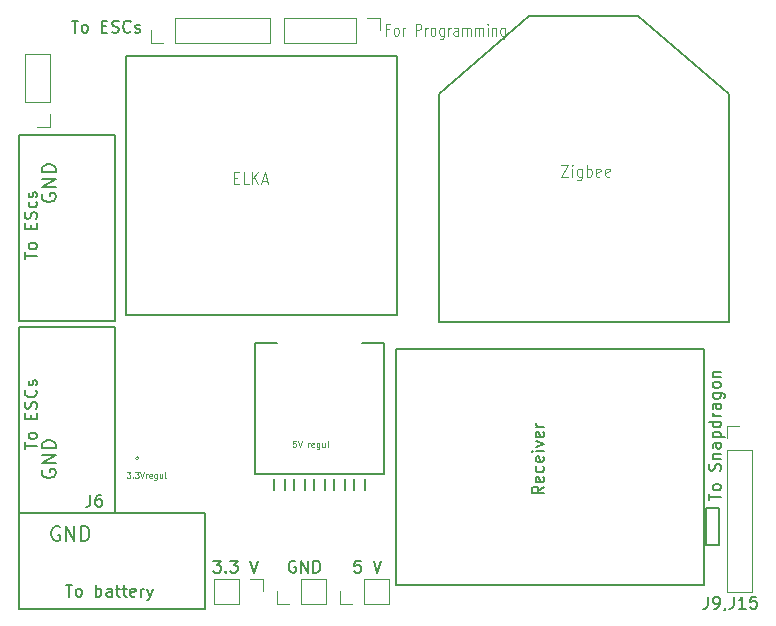
<source format=gbr>
G04 #@! TF.FileFunction,Legend,Top*
%FSLAX46Y46*%
G04 Gerber Fmt 4.6, Leading zero omitted, Abs format (unit mm)*
G04 Created by KiCad (PCBNEW 4.0.7-e2-6376~58~ubuntu16.04.1) date Thu Jun 21 09:26:38 2018*
%MOMM*%
%LPD*%
G01*
G04 APERTURE LIST*
%ADD10C,0.100000*%
%ADD11C,0.200000*%
%ADD12C,0.150000*%
%ADD13C,0.120000*%
%ADD14C,0.152400*%
%ADD15C,0.050000*%
G04 APERTURE END LIST*
D10*
D11*
X104556000Y-86258285D02*
X104498857Y-86372571D01*
X104498857Y-86544000D01*
X104556000Y-86715428D01*
X104670286Y-86829714D01*
X104784571Y-86886857D01*
X105013143Y-86944000D01*
X105184571Y-86944000D01*
X105413143Y-86886857D01*
X105527429Y-86829714D01*
X105641714Y-86715428D01*
X105698857Y-86544000D01*
X105698857Y-86429714D01*
X105641714Y-86258285D01*
X105584571Y-86201142D01*
X105184571Y-86201142D01*
X105184571Y-86429714D01*
X105698857Y-85686857D02*
X104498857Y-85686857D01*
X105698857Y-85001142D01*
X104498857Y-85001142D01*
X105698857Y-84429714D02*
X104498857Y-84429714D01*
X104498857Y-84143999D01*
X104556000Y-83972571D01*
X104670286Y-83858285D01*
X104784571Y-83801142D01*
X105013143Y-83743999D01*
X105184571Y-83743999D01*
X105413143Y-83801142D01*
X105527429Y-83858285D01*
X105641714Y-83972571D01*
X105698857Y-84143999D01*
X105698857Y-84429714D01*
X104556000Y-109626285D02*
X104498857Y-109740571D01*
X104498857Y-109912000D01*
X104556000Y-110083428D01*
X104670286Y-110197714D01*
X104784571Y-110254857D01*
X105013143Y-110312000D01*
X105184571Y-110312000D01*
X105413143Y-110254857D01*
X105527429Y-110197714D01*
X105641714Y-110083428D01*
X105698857Y-109912000D01*
X105698857Y-109797714D01*
X105641714Y-109626285D01*
X105584571Y-109569142D01*
X105184571Y-109569142D01*
X105184571Y-109797714D01*
X105698857Y-109054857D02*
X104498857Y-109054857D01*
X105698857Y-108369142D01*
X104498857Y-108369142D01*
X105698857Y-107797714D02*
X104498857Y-107797714D01*
X104498857Y-107511999D01*
X104556000Y-107340571D01*
X104670286Y-107226285D01*
X104784571Y-107169142D01*
X105013143Y-107111999D01*
X105184571Y-107111999D01*
X105413143Y-107169142D01*
X105527429Y-107226285D01*
X105641714Y-107340571D01*
X105698857Y-107511999D01*
X105698857Y-107797714D01*
X106019715Y-114462000D02*
X105905429Y-114404857D01*
X105734000Y-114404857D01*
X105562572Y-114462000D01*
X105448286Y-114576286D01*
X105391143Y-114690571D01*
X105334000Y-114919143D01*
X105334000Y-115090571D01*
X105391143Y-115319143D01*
X105448286Y-115433429D01*
X105562572Y-115547714D01*
X105734000Y-115604857D01*
X105848286Y-115604857D01*
X106019715Y-115547714D01*
X106076858Y-115490571D01*
X106076858Y-115090571D01*
X105848286Y-115090571D01*
X106591143Y-115604857D02*
X106591143Y-114404857D01*
X107276858Y-115604857D01*
X107276858Y-114404857D01*
X107848286Y-115604857D02*
X107848286Y-114404857D01*
X108134001Y-114404857D01*
X108305429Y-114462000D01*
X108419715Y-114576286D01*
X108476858Y-114690571D01*
X108534001Y-114919143D01*
X108534001Y-115090571D01*
X108476858Y-115319143D01*
X108419715Y-115433429D01*
X108305429Y-115547714D01*
X108134001Y-115604857D01*
X107848286Y-115604857D01*
D12*
X110744000Y-81280000D02*
X102616000Y-81280000D01*
X102616000Y-81280000D02*
X102616000Y-81407000D01*
X110744000Y-81280000D02*
X110744000Y-97028000D01*
X110744000Y-97028000D02*
X102616000Y-97028000D01*
X102616000Y-97028000D02*
X102616000Y-81407000D01*
X111633000Y-96520000D02*
X134620000Y-96520000D01*
X134620000Y-96520000D02*
X134620000Y-74549000D01*
X134620000Y-74549000D02*
X111633000Y-74549000D01*
X111633000Y-74549000D02*
X111633000Y-96520000D01*
X134518400Y-99364800D02*
X134518400Y-119380000D01*
X134518400Y-119380000D02*
X160578800Y-119380000D01*
X160578800Y-119380000D02*
X160578800Y-99364800D01*
X160578800Y-99364800D02*
X134518400Y-99364800D01*
X161747200Y-112877600D02*
X161848800Y-112877600D01*
X161848800Y-112877600D02*
X161848800Y-115824000D01*
X161848800Y-115824000D02*
X161848800Y-115874800D01*
X161848800Y-115874800D02*
X161848800Y-115976400D01*
X161848800Y-115976400D02*
X160731200Y-115976400D01*
X160731200Y-115976400D02*
X160731200Y-112877600D01*
X160731200Y-112877600D02*
X161391600Y-112877600D01*
X161290000Y-112877600D02*
X161747200Y-112877600D01*
X102616000Y-113284000D02*
X110744000Y-113284000D01*
X110744000Y-113284000D02*
X110744000Y-113157000D01*
X102616000Y-113284000D02*
X102616000Y-97536000D01*
X102616000Y-97536000D02*
X110744000Y-97536000D01*
X110744000Y-97536000D02*
X110744000Y-113157000D01*
D13*
X125020000Y-71330000D02*
X125020000Y-73450000D01*
X131080000Y-71330000D02*
X125020000Y-71330000D01*
X131080000Y-73450000D02*
X125020000Y-73450000D01*
X131080000Y-71330000D02*
X131080000Y-73450000D01*
X132080000Y-71330000D02*
X133140000Y-71330000D01*
X133140000Y-71330000D02*
X133140000Y-72390000D01*
X119114000Y-118828000D02*
X119114000Y-120948000D01*
X121174000Y-118828000D02*
X119114000Y-118828000D01*
X121174000Y-120948000D02*
X119114000Y-120948000D01*
X121174000Y-118828000D02*
X121174000Y-120948000D01*
X122174000Y-118828000D02*
X123234000Y-118828000D01*
X123234000Y-118828000D02*
X123234000Y-119888000D01*
X128536000Y-120948000D02*
X128536000Y-118828000D01*
X126476000Y-120948000D02*
X128536000Y-120948000D01*
X126476000Y-118828000D02*
X128536000Y-118828000D01*
X126476000Y-120948000D02*
X126476000Y-118828000D01*
X125476000Y-120948000D02*
X124416000Y-120948000D01*
X124416000Y-120948000D02*
X124416000Y-119888000D01*
X133870000Y-120948000D02*
X133870000Y-118828000D01*
X131810000Y-120948000D02*
X133870000Y-120948000D01*
X131810000Y-118828000D02*
X133870000Y-118828000D01*
X131810000Y-120948000D02*
X131810000Y-118828000D01*
X130810000Y-120948000D02*
X129750000Y-120948000D01*
X129750000Y-120948000D02*
X129750000Y-119888000D01*
D12*
X102616000Y-113284000D02*
X102616000Y-121412000D01*
X102616000Y-121412000D02*
X102743000Y-121412000D01*
X102616000Y-113284000D02*
X118364000Y-113284000D01*
X118364000Y-113284000D02*
X118364000Y-121412000D01*
X118364000Y-121412000D02*
X102743000Y-121412000D01*
D13*
X162516000Y-119994000D02*
X164636000Y-119994000D01*
X162516000Y-107934000D02*
X162516000Y-119994000D01*
X164636000Y-107934000D02*
X164636000Y-119994000D01*
X162516000Y-107934000D02*
X164636000Y-107934000D01*
X162516000Y-106934000D02*
X162516000Y-105874000D01*
X162516000Y-105874000D02*
X163576000Y-105874000D01*
D12*
X162712400Y-77774800D02*
X162712400Y-97129600D01*
X162712400Y-97129600D02*
X138176000Y-97129600D01*
X138176000Y-97129600D02*
X138176000Y-77825600D01*
X154990800Y-71221600D02*
X162712400Y-77774800D01*
X138176000Y-77825600D02*
X145745200Y-71170800D01*
X145745200Y-71170800D02*
X154990800Y-71170800D01*
D14*
X124155200Y-110426500D02*
X124155200Y-111340900D01*
X125857000Y-110426500D02*
X125857000Y-111340900D01*
X127558800Y-110426500D02*
X127558800Y-111340900D01*
X129260600Y-110426500D02*
X129260600Y-111340900D01*
X130962400Y-110426500D02*
X130962400Y-111340900D01*
X125069600Y-110426500D02*
X125069600Y-111340900D01*
X126771400Y-110426500D02*
X126771400Y-111340900D01*
X128473200Y-110426500D02*
X128473200Y-111340900D01*
X130175000Y-110426500D02*
X130175000Y-111340900D01*
X131876800Y-110426500D02*
X131876800Y-111340900D01*
X122555000Y-109943900D02*
X133477000Y-109943900D01*
X133477000Y-109943900D02*
X133477000Y-98844100D01*
X133477000Y-98844100D02*
X131625340Y-98844100D01*
X122555000Y-98844100D02*
X122555000Y-109943900D01*
X124406660Y-98844100D02*
X122555000Y-98844100D01*
D10*
X112740000Y-108632000D02*
G75*
G03X112740000Y-108632000I-150000J0D01*
G01*
D13*
X105200000Y-74442000D02*
X103080000Y-74442000D01*
X105200000Y-78502000D02*
X105200000Y-74442000D01*
X103080000Y-78502000D02*
X103080000Y-74442000D01*
X105200000Y-78502000D02*
X103080000Y-78502000D01*
X105200000Y-79502000D02*
X105200000Y-80562000D01*
X105200000Y-80562000D02*
X104140000Y-80562000D01*
X123868000Y-73450000D02*
X123868000Y-71330000D01*
X115808000Y-73450000D02*
X123868000Y-73450000D01*
X115808000Y-71330000D02*
X123868000Y-71330000D01*
X115808000Y-73450000D02*
X115808000Y-71330000D01*
X114808000Y-73450000D02*
X113748000Y-73450000D01*
X113748000Y-73450000D02*
X113748000Y-72390000D01*
D12*
X103084381Y-91780953D02*
X103084381Y-91209524D01*
X104084381Y-91495239D02*
X103084381Y-91495239D01*
X104084381Y-90733334D02*
X104036762Y-90828572D01*
X103989143Y-90876191D01*
X103893905Y-90923810D01*
X103608190Y-90923810D01*
X103512952Y-90876191D01*
X103465333Y-90828572D01*
X103417714Y-90733334D01*
X103417714Y-90590476D01*
X103465333Y-90495238D01*
X103512952Y-90447619D01*
X103608190Y-90400000D01*
X103893905Y-90400000D01*
X103989143Y-90447619D01*
X104036762Y-90495238D01*
X104084381Y-90590476D01*
X104084381Y-90733334D01*
X103560571Y-89209524D02*
X103560571Y-88876190D01*
X104084381Y-88733333D02*
X104084381Y-89209524D01*
X103084381Y-89209524D01*
X103084381Y-88733333D01*
X104036762Y-88352381D02*
X104084381Y-88209524D01*
X104084381Y-87971428D01*
X104036762Y-87876190D01*
X103989143Y-87828571D01*
X103893905Y-87780952D01*
X103798667Y-87780952D01*
X103703429Y-87828571D01*
X103655810Y-87876190D01*
X103608190Y-87971428D01*
X103560571Y-88161905D01*
X103512952Y-88257143D01*
X103465333Y-88304762D01*
X103370095Y-88352381D01*
X103274857Y-88352381D01*
X103179619Y-88304762D01*
X103132000Y-88257143D01*
X103084381Y-88161905D01*
X103084381Y-87923809D01*
X103132000Y-87780952D01*
X104036762Y-86923809D02*
X104084381Y-87019047D01*
X104084381Y-87209524D01*
X104036762Y-87304762D01*
X103989143Y-87352381D01*
X103893905Y-87400000D01*
X103608190Y-87400000D01*
X103512952Y-87352381D01*
X103465333Y-87304762D01*
X103417714Y-87209524D01*
X103417714Y-87019047D01*
X103465333Y-86923809D01*
X104036762Y-86542857D02*
X104084381Y-86447619D01*
X104084381Y-86257143D01*
X104036762Y-86161904D01*
X103941524Y-86114285D01*
X103893905Y-86114285D01*
X103798667Y-86161904D01*
X103751048Y-86257143D01*
X103751048Y-86400000D01*
X103703429Y-86495238D01*
X103608190Y-86542857D01*
X103560571Y-86542857D01*
X103465333Y-86495238D01*
X103417714Y-86400000D01*
X103417714Y-86257143D01*
X103465333Y-86161904D01*
D15*
X120781143Y-84891571D02*
X121081143Y-84891571D01*
X121209714Y-85415381D02*
X120781143Y-85415381D01*
X120781143Y-84415381D01*
X121209714Y-84415381D01*
X122024000Y-85415381D02*
X121595429Y-85415381D01*
X121595429Y-84415381D01*
X122324000Y-85415381D02*
X122324000Y-84415381D01*
X122838285Y-85415381D02*
X122452571Y-84843952D01*
X122838285Y-84415381D02*
X122324000Y-84986810D01*
X123181143Y-85129667D02*
X123609714Y-85129667D01*
X123095428Y-85415381D02*
X123395428Y-84415381D01*
X123695428Y-85415381D01*
D12*
X147010381Y-111045333D02*
X146534190Y-111378667D01*
X147010381Y-111616762D02*
X146010381Y-111616762D01*
X146010381Y-111235809D01*
X146058000Y-111140571D01*
X146105619Y-111092952D01*
X146200857Y-111045333D01*
X146343714Y-111045333D01*
X146438952Y-111092952D01*
X146486571Y-111140571D01*
X146534190Y-111235809D01*
X146534190Y-111616762D01*
X146962762Y-110235809D02*
X147010381Y-110331047D01*
X147010381Y-110521524D01*
X146962762Y-110616762D01*
X146867524Y-110664381D01*
X146486571Y-110664381D01*
X146391333Y-110616762D01*
X146343714Y-110521524D01*
X146343714Y-110331047D01*
X146391333Y-110235809D01*
X146486571Y-110188190D01*
X146581810Y-110188190D01*
X146677048Y-110664381D01*
X146962762Y-109331047D02*
X147010381Y-109426285D01*
X147010381Y-109616762D01*
X146962762Y-109712000D01*
X146915143Y-109759619D01*
X146819905Y-109807238D01*
X146534190Y-109807238D01*
X146438952Y-109759619D01*
X146391333Y-109712000D01*
X146343714Y-109616762D01*
X146343714Y-109426285D01*
X146391333Y-109331047D01*
X146962762Y-108521523D02*
X147010381Y-108616761D01*
X147010381Y-108807238D01*
X146962762Y-108902476D01*
X146867524Y-108950095D01*
X146486571Y-108950095D01*
X146391333Y-108902476D01*
X146343714Y-108807238D01*
X146343714Y-108616761D01*
X146391333Y-108521523D01*
X146486571Y-108473904D01*
X146581810Y-108473904D01*
X146677048Y-108950095D01*
X147010381Y-108045333D02*
X146343714Y-108045333D01*
X146010381Y-108045333D02*
X146058000Y-108092952D01*
X146105619Y-108045333D01*
X146058000Y-107997714D01*
X146010381Y-108045333D01*
X146105619Y-108045333D01*
X146343714Y-107664381D02*
X147010381Y-107426286D01*
X146343714Y-107188190D01*
X146962762Y-106426285D02*
X147010381Y-106521523D01*
X147010381Y-106712000D01*
X146962762Y-106807238D01*
X146867524Y-106854857D01*
X146486571Y-106854857D01*
X146391333Y-106807238D01*
X146343714Y-106712000D01*
X146343714Y-106521523D01*
X146391333Y-106426285D01*
X146486571Y-106378666D01*
X146581810Y-106378666D01*
X146677048Y-106854857D01*
X147010381Y-105950095D02*
X146343714Y-105950095D01*
X146534190Y-105950095D02*
X146438952Y-105902476D01*
X146391333Y-105854857D01*
X146343714Y-105759619D01*
X146343714Y-105664380D01*
X106521713Y-119340381D02*
X107093142Y-119340381D01*
X106807427Y-120340381D02*
X106807427Y-119340381D01*
X107569332Y-120340381D02*
X107474094Y-120292762D01*
X107426475Y-120245143D01*
X107378856Y-120149905D01*
X107378856Y-119864190D01*
X107426475Y-119768952D01*
X107474094Y-119721333D01*
X107569332Y-119673714D01*
X107712190Y-119673714D01*
X107807428Y-119721333D01*
X107855047Y-119768952D01*
X107902666Y-119864190D01*
X107902666Y-120149905D01*
X107855047Y-120245143D01*
X107807428Y-120292762D01*
X107712190Y-120340381D01*
X107569332Y-120340381D01*
X109093142Y-120340381D02*
X109093142Y-119340381D01*
X109093142Y-119721333D02*
X109188380Y-119673714D01*
X109378857Y-119673714D01*
X109474095Y-119721333D01*
X109521714Y-119768952D01*
X109569333Y-119864190D01*
X109569333Y-120149905D01*
X109521714Y-120245143D01*
X109474095Y-120292762D01*
X109378857Y-120340381D01*
X109188380Y-120340381D01*
X109093142Y-120292762D01*
X110426476Y-120340381D02*
X110426476Y-119816571D01*
X110378857Y-119721333D01*
X110283619Y-119673714D01*
X110093142Y-119673714D01*
X109997904Y-119721333D01*
X110426476Y-120292762D02*
X110331238Y-120340381D01*
X110093142Y-120340381D01*
X109997904Y-120292762D01*
X109950285Y-120197524D01*
X109950285Y-120102286D01*
X109997904Y-120007048D01*
X110093142Y-119959429D01*
X110331238Y-119959429D01*
X110426476Y-119911810D01*
X110759809Y-119673714D02*
X111140761Y-119673714D01*
X110902666Y-119340381D02*
X110902666Y-120197524D01*
X110950285Y-120292762D01*
X111045523Y-120340381D01*
X111140761Y-120340381D01*
X111331238Y-119673714D02*
X111712190Y-119673714D01*
X111474095Y-119340381D02*
X111474095Y-120197524D01*
X111521714Y-120292762D01*
X111616952Y-120340381D01*
X111712190Y-120340381D01*
X112426477Y-120292762D02*
X112331239Y-120340381D01*
X112140762Y-120340381D01*
X112045524Y-120292762D01*
X111997905Y-120197524D01*
X111997905Y-119816571D01*
X112045524Y-119721333D01*
X112140762Y-119673714D01*
X112331239Y-119673714D01*
X112426477Y-119721333D01*
X112474096Y-119816571D01*
X112474096Y-119911810D01*
X111997905Y-120007048D01*
X112902667Y-120340381D02*
X112902667Y-119673714D01*
X112902667Y-119864190D02*
X112950286Y-119768952D01*
X112997905Y-119721333D01*
X113093143Y-119673714D01*
X113188382Y-119673714D01*
X113426477Y-119673714D02*
X113664572Y-120340381D01*
X113902668Y-119673714D02*
X113664572Y-120340381D01*
X113569334Y-120578476D01*
X113521715Y-120626095D01*
X113426477Y-120673714D01*
D13*
X133922094Y-72318571D02*
X133655427Y-72318571D01*
X133655427Y-72842381D02*
X133655427Y-71842381D01*
X134036380Y-71842381D01*
X134455427Y-72842381D02*
X134379236Y-72794762D01*
X134341141Y-72747143D01*
X134303046Y-72651905D01*
X134303046Y-72366190D01*
X134341141Y-72270952D01*
X134379236Y-72223333D01*
X134455427Y-72175714D01*
X134569713Y-72175714D01*
X134645903Y-72223333D01*
X134683998Y-72270952D01*
X134722094Y-72366190D01*
X134722094Y-72651905D01*
X134683998Y-72747143D01*
X134645903Y-72794762D01*
X134569713Y-72842381D01*
X134455427Y-72842381D01*
X135064951Y-72842381D02*
X135064951Y-72175714D01*
X135064951Y-72366190D02*
X135103046Y-72270952D01*
X135141142Y-72223333D01*
X135217332Y-72175714D01*
X135293523Y-72175714D01*
X136169713Y-72842381D02*
X136169713Y-71842381D01*
X136474475Y-71842381D01*
X136550666Y-71890000D01*
X136588761Y-71937619D01*
X136626856Y-72032857D01*
X136626856Y-72175714D01*
X136588761Y-72270952D01*
X136550666Y-72318571D01*
X136474475Y-72366190D01*
X136169713Y-72366190D01*
X136969713Y-72842381D02*
X136969713Y-72175714D01*
X136969713Y-72366190D02*
X137007808Y-72270952D01*
X137045904Y-72223333D01*
X137122094Y-72175714D01*
X137198285Y-72175714D01*
X137579237Y-72842381D02*
X137503046Y-72794762D01*
X137464951Y-72747143D01*
X137426856Y-72651905D01*
X137426856Y-72366190D01*
X137464951Y-72270952D01*
X137503046Y-72223333D01*
X137579237Y-72175714D01*
X137693523Y-72175714D01*
X137769713Y-72223333D01*
X137807808Y-72270952D01*
X137845904Y-72366190D01*
X137845904Y-72651905D01*
X137807808Y-72747143D01*
X137769713Y-72794762D01*
X137693523Y-72842381D01*
X137579237Y-72842381D01*
X138531618Y-72175714D02*
X138531618Y-72985238D01*
X138493523Y-73080476D01*
X138455428Y-73128095D01*
X138379237Y-73175714D01*
X138264952Y-73175714D01*
X138188761Y-73128095D01*
X138531618Y-72794762D02*
X138455428Y-72842381D01*
X138303047Y-72842381D01*
X138226856Y-72794762D01*
X138188761Y-72747143D01*
X138150666Y-72651905D01*
X138150666Y-72366190D01*
X138188761Y-72270952D01*
X138226856Y-72223333D01*
X138303047Y-72175714D01*
X138455428Y-72175714D01*
X138531618Y-72223333D01*
X138912571Y-72842381D02*
X138912571Y-72175714D01*
X138912571Y-72366190D02*
X138950666Y-72270952D01*
X138988762Y-72223333D01*
X139064952Y-72175714D01*
X139141143Y-72175714D01*
X139750666Y-72842381D02*
X139750666Y-72318571D01*
X139712571Y-72223333D01*
X139636381Y-72175714D01*
X139484000Y-72175714D01*
X139407809Y-72223333D01*
X139750666Y-72794762D02*
X139674476Y-72842381D01*
X139484000Y-72842381D01*
X139407809Y-72794762D01*
X139369714Y-72699524D01*
X139369714Y-72604286D01*
X139407809Y-72509048D01*
X139484000Y-72461429D01*
X139674476Y-72461429D01*
X139750666Y-72413810D01*
X140131619Y-72842381D02*
X140131619Y-72175714D01*
X140131619Y-72270952D02*
X140169714Y-72223333D01*
X140245905Y-72175714D01*
X140360191Y-72175714D01*
X140436381Y-72223333D01*
X140474476Y-72318571D01*
X140474476Y-72842381D01*
X140474476Y-72318571D02*
X140512572Y-72223333D01*
X140588762Y-72175714D01*
X140703048Y-72175714D01*
X140779238Y-72223333D01*
X140817333Y-72318571D01*
X140817333Y-72842381D01*
X141198286Y-72842381D02*
X141198286Y-72175714D01*
X141198286Y-72270952D02*
X141236381Y-72223333D01*
X141312572Y-72175714D01*
X141426858Y-72175714D01*
X141503048Y-72223333D01*
X141541143Y-72318571D01*
X141541143Y-72842381D01*
X141541143Y-72318571D02*
X141579239Y-72223333D01*
X141655429Y-72175714D01*
X141769715Y-72175714D01*
X141845905Y-72223333D01*
X141884000Y-72318571D01*
X141884000Y-72842381D01*
X142264953Y-72842381D02*
X142264953Y-72175714D01*
X142264953Y-71842381D02*
X142226858Y-71890000D01*
X142264953Y-71937619D01*
X142303048Y-71890000D01*
X142264953Y-71842381D01*
X142264953Y-71937619D01*
X142645905Y-72175714D02*
X142645905Y-72842381D01*
X142645905Y-72270952D02*
X142684000Y-72223333D01*
X142760191Y-72175714D01*
X142874477Y-72175714D01*
X142950667Y-72223333D01*
X142988762Y-72318571D01*
X142988762Y-72842381D01*
X143712572Y-72175714D02*
X143712572Y-72985238D01*
X143674477Y-73080476D01*
X143636382Y-73128095D01*
X143560191Y-73175714D01*
X143445906Y-73175714D01*
X143369715Y-73128095D01*
X143712572Y-72794762D02*
X143636382Y-72842381D01*
X143484001Y-72842381D01*
X143407810Y-72794762D01*
X143369715Y-72747143D01*
X143331620Y-72651905D01*
X143331620Y-72366190D01*
X143369715Y-72270952D01*
X143407810Y-72223333D01*
X143484001Y-72175714D01*
X143636382Y-72175714D01*
X143712572Y-72223333D01*
D12*
X119046857Y-117308381D02*
X119665905Y-117308381D01*
X119332571Y-117689333D01*
X119475429Y-117689333D01*
X119570667Y-117736952D01*
X119618286Y-117784571D01*
X119665905Y-117879810D01*
X119665905Y-118117905D01*
X119618286Y-118213143D01*
X119570667Y-118260762D01*
X119475429Y-118308381D01*
X119189714Y-118308381D01*
X119094476Y-118260762D01*
X119046857Y-118213143D01*
X120094476Y-118213143D02*
X120142095Y-118260762D01*
X120094476Y-118308381D01*
X120046857Y-118260762D01*
X120094476Y-118213143D01*
X120094476Y-118308381D01*
X120475428Y-117308381D02*
X121094476Y-117308381D01*
X120761142Y-117689333D01*
X120904000Y-117689333D01*
X120999238Y-117736952D01*
X121046857Y-117784571D01*
X121094476Y-117879810D01*
X121094476Y-118117905D01*
X121046857Y-118213143D01*
X120999238Y-118260762D01*
X120904000Y-118308381D01*
X120618285Y-118308381D01*
X120523047Y-118260762D01*
X120475428Y-118213143D01*
X122142095Y-117308381D02*
X122475428Y-118308381D01*
X122808762Y-117308381D01*
X125984096Y-117356000D02*
X125888858Y-117308381D01*
X125746001Y-117308381D01*
X125603143Y-117356000D01*
X125507905Y-117451238D01*
X125460286Y-117546476D01*
X125412667Y-117736952D01*
X125412667Y-117879810D01*
X125460286Y-118070286D01*
X125507905Y-118165524D01*
X125603143Y-118260762D01*
X125746001Y-118308381D01*
X125841239Y-118308381D01*
X125984096Y-118260762D01*
X126031715Y-118213143D01*
X126031715Y-117879810D01*
X125841239Y-117879810D01*
X126460286Y-118308381D02*
X126460286Y-117308381D01*
X127031715Y-118308381D01*
X127031715Y-117308381D01*
X127507905Y-118308381D02*
X127507905Y-117308381D01*
X127746000Y-117308381D01*
X127888858Y-117356000D01*
X127984096Y-117451238D01*
X128031715Y-117546476D01*
X128079334Y-117736952D01*
X128079334Y-117879810D01*
X128031715Y-118070286D01*
X127984096Y-118165524D01*
X127888858Y-118260762D01*
X127746000Y-118308381D01*
X127507905Y-118308381D01*
X131508572Y-117308381D02*
X131032381Y-117308381D01*
X130984762Y-117784571D01*
X131032381Y-117736952D01*
X131127619Y-117689333D01*
X131365715Y-117689333D01*
X131460953Y-117736952D01*
X131508572Y-117784571D01*
X131556191Y-117879810D01*
X131556191Y-118117905D01*
X131508572Y-118213143D01*
X131460953Y-118260762D01*
X131365715Y-118308381D01*
X131127619Y-118308381D01*
X131032381Y-118260762D01*
X130984762Y-118213143D01*
X132603810Y-117308381D02*
X132937143Y-118308381D01*
X133270477Y-117308381D01*
X108632667Y-111720381D02*
X108632667Y-112434667D01*
X108585047Y-112577524D01*
X108489809Y-112672762D01*
X108346952Y-112720381D01*
X108251714Y-112720381D01*
X109537429Y-111720381D02*
X109346952Y-111720381D01*
X109251714Y-111768000D01*
X109204095Y-111815619D01*
X109108857Y-111958476D01*
X109061238Y-112148952D01*
X109061238Y-112529905D01*
X109108857Y-112625143D01*
X109156476Y-112672762D01*
X109251714Y-112720381D01*
X109442191Y-112720381D01*
X109537429Y-112672762D01*
X109585048Y-112625143D01*
X109632667Y-112529905D01*
X109632667Y-112291810D01*
X109585048Y-112196571D01*
X109537429Y-112148952D01*
X109442191Y-112101333D01*
X109251714Y-112101333D01*
X109156476Y-112148952D01*
X109108857Y-112196571D01*
X109061238Y-112291810D01*
X103084381Y-107854381D02*
X103084381Y-107282952D01*
X104084381Y-107568667D02*
X103084381Y-107568667D01*
X104084381Y-106806762D02*
X104036762Y-106902000D01*
X103989143Y-106949619D01*
X103893905Y-106997238D01*
X103608190Y-106997238D01*
X103512952Y-106949619D01*
X103465333Y-106902000D01*
X103417714Y-106806762D01*
X103417714Y-106663904D01*
X103465333Y-106568666D01*
X103512952Y-106521047D01*
X103608190Y-106473428D01*
X103893905Y-106473428D01*
X103989143Y-106521047D01*
X104036762Y-106568666D01*
X104084381Y-106663904D01*
X104084381Y-106806762D01*
X103560571Y-105282952D02*
X103560571Y-104949618D01*
X104084381Y-104806761D02*
X104084381Y-105282952D01*
X103084381Y-105282952D01*
X103084381Y-104806761D01*
X104036762Y-104425809D02*
X104084381Y-104282952D01*
X104084381Y-104044856D01*
X104036762Y-103949618D01*
X103989143Y-103901999D01*
X103893905Y-103854380D01*
X103798667Y-103854380D01*
X103703429Y-103901999D01*
X103655810Y-103949618D01*
X103608190Y-104044856D01*
X103560571Y-104235333D01*
X103512952Y-104330571D01*
X103465333Y-104378190D01*
X103370095Y-104425809D01*
X103274857Y-104425809D01*
X103179619Y-104378190D01*
X103132000Y-104330571D01*
X103084381Y-104235333D01*
X103084381Y-103997237D01*
X103132000Y-103854380D01*
X103989143Y-102854380D02*
X104036762Y-102901999D01*
X104084381Y-103044856D01*
X104084381Y-103140094D01*
X104036762Y-103282952D01*
X103941524Y-103378190D01*
X103846286Y-103425809D01*
X103655810Y-103473428D01*
X103512952Y-103473428D01*
X103322476Y-103425809D01*
X103227238Y-103378190D01*
X103132000Y-103282952D01*
X103084381Y-103140094D01*
X103084381Y-103044856D01*
X103132000Y-102901999D01*
X103179619Y-102854380D01*
X104036762Y-102473428D02*
X104084381Y-102378190D01*
X104084381Y-102187714D01*
X104036762Y-102092475D01*
X103941524Y-102044856D01*
X103893905Y-102044856D01*
X103798667Y-102092475D01*
X103751048Y-102187714D01*
X103751048Y-102330571D01*
X103703429Y-102425809D01*
X103608190Y-102473428D01*
X103560571Y-102473428D01*
X103465333Y-102425809D01*
X103417714Y-102330571D01*
X103417714Y-102187714D01*
X103465333Y-102092475D01*
X160909239Y-120356381D02*
X160909239Y-121070667D01*
X160861619Y-121213524D01*
X160766381Y-121308762D01*
X160623524Y-121356381D01*
X160528286Y-121356381D01*
X161433048Y-121356381D02*
X161623524Y-121356381D01*
X161718763Y-121308762D01*
X161766382Y-121261143D01*
X161861620Y-121118286D01*
X161909239Y-120927810D01*
X161909239Y-120546857D01*
X161861620Y-120451619D01*
X161814001Y-120404000D01*
X161718763Y-120356381D01*
X161528286Y-120356381D01*
X161433048Y-120404000D01*
X161385429Y-120451619D01*
X161337810Y-120546857D01*
X161337810Y-120784952D01*
X161385429Y-120880190D01*
X161433048Y-120927810D01*
X161528286Y-120975429D01*
X161718763Y-120975429D01*
X161814001Y-120927810D01*
X161861620Y-120880190D01*
X161909239Y-120784952D01*
X162385429Y-121308762D02*
X162385429Y-121356381D01*
X162337810Y-121451619D01*
X162290191Y-121499238D01*
X163099715Y-120356381D02*
X163099715Y-121070667D01*
X163052095Y-121213524D01*
X162956857Y-121308762D01*
X162814000Y-121356381D01*
X162718762Y-121356381D01*
X164099715Y-121356381D02*
X163528286Y-121356381D01*
X163814000Y-121356381D02*
X163814000Y-120356381D01*
X163718762Y-120499238D01*
X163623524Y-120594476D01*
X163528286Y-120642095D01*
X165004477Y-120356381D02*
X164528286Y-120356381D01*
X164480667Y-120832571D01*
X164528286Y-120784952D01*
X164623524Y-120737333D01*
X164861620Y-120737333D01*
X164956858Y-120784952D01*
X165004477Y-120832571D01*
X165052096Y-120927810D01*
X165052096Y-121165905D01*
X165004477Y-121261143D01*
X164956858Y-121308762D01*
X164861620Y-121356381D01*
X164623524Y-121356381D01*
X164528286Y-121308762D01*
X164480667Y-121261143D01*
X160996381Y-112203810D02*
X160996381Y-111632381D01*
X161996381Y-111918096D02*
X160996381Y-111918096D01*
X161996381Y-111156191D02*
X161948762Y-111251429D01*
X161901143Y-111299048D01*
X161805905Y-111346667D01*
X161520190Y-111346667D01*
X161424952Y-111299048D01*
X161377333Y-111251429D01*
X161329714Y-111156191D01*
X161329714Y-111013333D01*
X161377333Y-110918095D01*
X161424952Y-110870476D01*
X161520190Y-110822857D01*
X161805905Y-110822857D01*
X161901143Y-110870476D01*
X161948762Y-110918095D01*
X161996381Y-111013333D01*
X161996381Y-111156191D01*
X161948762Y-109680000D02*
X161996381Y-109537143D01*
X161996381Y-109299047D01*
X161948762Y-109203809D01*
X161901143Y-109156190D01*
X161805905Y-109108571D01*
X161710667Y-109108571D01*
X161615429Y-109156190D01*
X161567810Y-109203809D01*
X161520190Y-109299047D01*
X161472571Y-109489524D01*
X161424952Y-109584762D01*
X161377333Y-109632381D01*
X161282095Y-109680000D01*
X161186857Y-109680000D01*
X161091619Y-109632381D01*
X161044000Y-109584762D01*
X160996381Y-109489524D01*
X160996381Y-109251428D01*
X161044000Y-109108571D01*
X161329714Y-108680000D02*
X161996381Y-108680000D01*
X161424952Y-108680000D02*
X161377333Y-108632381D01*
X161329714Y-108537143D01*
X161329714Y-108394285D01*
X161377333Y-108299047D01*
X161472571Y-108251428D01*
X161996381Y-108251428D01*
X161996381Y-107346666D02*
X161472571Y-107346666D01*
X161377333Y-107394285D01*
X161329714Y-107489523D01*
X161329714Y-107680000D01*
X161377333Y-107775238D01*
X161948762Y-107346666D02*
X161996381Y-107441904D01*
X161996381Y-107680000D01*
X161948762Y-107775238D01*
X161853524Y-107822857D01*
X161758286Y-107822857D01*
X161663048Y-107775238D01*
X161615429Y-107680000D01*
X161615429Y-107441904D01*
X161567810Y-107346666D01*
X161329714Y-106870476D02*
X162329714Y-106870476D01*
X161377333Y-106870476D02*
X161329714Y-106775238D01*
X161329714Y-106584761D01*
X161377333Y-106489523D01*
X161424952Y-106441904D01*
X161520190Y-106394285D01*
X161805905Y-106394285D01*
X161901143Y-106441904D01*
X161948762Y-106489523D01*
X161996381Y-106584761D01*
X161996381Y-106775238D01*
X161948762Y-106870476D01*
X161996381Y-105537142D02*
X160996381Y-105537142D01*
X161948762Y-105537142D02*
X161996381Y-105632380D01*
X161996381Y-105822857D01*
X161948762Y-105918095D01*
X161901143Y-105965714D01*
X161805905Y-106013333D01*
X161520190Y-106013333D01*
X161424952Y-105965714D01*
X161377333Y-105918095D01*
X161329714Y-105822857D01*
X161329714Y-105632380D01*
X161377333Y-105537142D01*
X161996381Y-105060952D02*
X161329714Y-105060952D01*
X161520190Y-105060952D02*
X161424952Y-105013333D01*
X161377333Y-104965714D01*
X161329714Y-104870476D01*
X161329714Y-104775237D01*
X161996381Y-104013332D02*
X161472571Y-104013332D01*
X161377333Y-104060951D01*
X161329714Y-104156189D01*
X161329714Y-104346666D01*
X161377333Y-104441904D01*
X161948762Y-104013332D02*
X161996381Y-104108570D01*
X161996381Y-104346666D01*
X161948762Y-104441904D01*
X161853524Y-104489523D01*
X161758286Y-104489523D01*
X161663048Y-104441904D01*
X161615429Y-104346666D01*
X161615429Y-104108570D01*
X161567810Y-104013332D01*
X161329714Y-103108570D02*
X162139238Y-103108570D01*
X162234476Y-103156189D01*
X162282095Y-103203808D01*
X162329714Y-103299047D01*
X162329714Y-103441904D01*
X162282095Y-103537142D01*
X161948762Y-103108570D02*
X161996381Y-103203808D01*
X161996381Y-103394285D01*
X161948762Y-103489523D01*
X161901143Y-103537142D01*
X161805905Y-103584761D01*
X161520190Y-103584761D01*
X161424952Y-103537142D01*
X161377333Y-103489523D01*
X161329714Y-103394285D01*
X161329714Y-103203808D01*
X161377333Y-103108570D01*
X161996381Y-102489523D02*
X161948762Y-102584761D01*
X161901143Y-102632380D01*
X161805905Y-102679999D01*
X161520190Y-102679999D01*
X161424952Y-102632380D01*
X161377333Y-102584761D01*
X161329714Y-102489523D01*
X161329714Y-102346665D01*
X161377333Y-102251427D01*
X161424952Y-102203808D01*
X161520190Y-102156189D01*
X161805905Y-102156189D01*
X161901143Y-102203808D01*
X161948762Y-102251427D01*
X161996381Y-102346665D01*
X161996381Y-102489523D01*
X161329714Y-101727618D02*
X161996381Y-101727618D01*
X161424952Y-101727618D02*
X161377333Y-101679999D01*
X161329714Y-101584761D01*
X161329714Y-101441903D01*
X161377333Y-101346665D01*
X161472571Y-101299046D01*
X161996381Y-101299046D01*
D15*
X148471199Y-83780381D02*
X149071199Y-83780381D01*
X148471199Y-84780381D01*
X149071199Y-84780381D01*
X149414057Y-84780381D02*
X149414057Y-84113714D01*
X149414057Y-83780381D02*
X149371200Y-83828000D01*
X149414057Y-83875619D01*
X149456914Y-83828000D01*
X149414057Y-83780381D01*
X149414057Y-83875619D01*
X150228342Y-84113714D02*
X150228342Y-84923238D01*
X150185485Y-85018476D01*
X150142628Y-85066095D01*
X150056913Y-85113714D01*
X149928342Y-85113714D01*
X149842628Y-85066095D01*
X150228342Y-84732762D02*
X150142628Y-84780381D01*
X149971199Y-84780381D01*
X149885485Y-84732762D01*
X149842628Y-84685143D01*
X149799771Y-84589905D01*
X149799771Y-84304190D01*
X149842628Y-84208952D01*
X149885485Y-84161333D01*
X149971199Y-84113714D01*
X150142628Y-84113714D01*
X150228342Y-84161333D01*
X150656914Y-84780381D02*
X150656914Y-83780381D01*
X150656914Y-84161333D02*
X150742628Y-84113714D01*
X150914057Y-84113714D01*
X150999771Y-84161333D01*
X151042628Y-84208952D01*
X151085485Y-84304190D01*
X151085485Y-84589905D01*
X151042628Y-84685143D01*
X150999771Y-84732762D01*
X150914057Y-84780381D01*
X150742628Y-84780381D01*
X150656914Y-84732762D01*
X151814057Y-84732762D02*
X151728343Y-84780381D01*
X151556914Y-84780381D01*
X151471200Y-84732762D01*
X151428343Y-84637524D01*
X151428343Y-84256571D01*
X151471200Y-84161333D01*
X151556914Y-84113714D01*
X151728343Y-84113714D01*
X151814057Y-84161333D01*
X151856914Y-84256571D01*
X151856914Y-84351810D01*
X151428343Y-84447048D01*
X152585486Y-84732762D02*
X152499772Y-84780381D01*
X152328343Y-84780381D01*
X152242629Y-84732762D01*
X152199772Y-84637524D01*
X152199772Y-84256571D01*
X152242629Y-84161333D01*
X152328343Y-84113714D01*
X152499772Y-84113714D01*
X152585486Y-84161333D01*
X152628343Y-84256571D01*
X152628343Y-84351810D01*
X152199772Y-84447048D01*
D10*
X126015906Y-107168190D02*
X125777811Y-107168190D01*
X125754001Y-107406286D01*
X125777811Y-107382476D01*
X125825430Y-107358667D01*
X125944477Y-107358667D01*
X125992096Y-107382476D01*
X126015906Y-107406286D01*
X126039715Y-107453905D01*
X126039715Y-107572952D01*
X126015906Y-107620571D01*
X125992096Y-107644381D01*
X125944477Y-107668190D01*
X125825430Y-107668190D01*
X125777811Y-107644381D01*
X125754001Y-107620571D01*
X126182572Y-107168190D02*
X126349239Y-107668190D01*
X126515905Y-107168190D01*
X127063524Y-107668190D02*
X127063524Y-107334857D01*
X127063524Y-107430095D02*
X127087333Y-107382476D01*
X127111143Y-107358667D01*
X127158762Y-107334857D01*
X127206381Y-107334857D01*
X127563524Y-107644381D02*
X127515905Y-107668190D01*
X127420667Y-107668190D01*
X127373048Y-107644381D01*
X127349238Y-107596762D01*
X127349238Y-107406286D01*
X127373048Y-107358667D01*
X127420667Y-107334857D01*
X127515905Y-107334857D01*
X127563524Y-107358667D01*
X127587333Y-107406286D01*
X127587333Y-107453905D01*
X127349238Y-107501524D01*
X128015904Y-107334857D02*
X128015904Y-107739619D01*
X127992095Y-107787238D01*
X127968285Y-107811048D01*
X127920666Y-107834857D01*
X127849238Y-107834857D01*
X127801619Y-107811048D01*
X128015904Y-107644381D02*
X127968285Y-107668190D01*
X127873047Y-107668190D01*
X127825428Y-107644381D01*
X127801619Y-107620571D01*
X127777809Y-107572952D01*
X127777809Y-107430095D01*
X127801619Y-107382476D01*
X127825428Y-107358667D01*
X127873047Y-107334857D01*
X127968285Y-107334857D01*
X128015904Y-107358667D01*
X128468285Y-107334857D02*
X128468285Y-107668190D01*
X128254000Y-107334857D02*
X128254000Y-107596762D01*
X128277809Y-107644381D01*
X128325428Y-107668190D01*
X128396857Y-107668190D01*
X128444476Y-107644381D01*
X128468285Y-107620571D01*
X128777809Y-107668190D02*
X128730190Y-107644381D01*
X128706381Y-107596762D01*
X128706381Y-107168190D01*
D15*
X111721292Y-109818002D02*
X112021477Y-109818002D01*
X111859839Y-110002731D01*
X111929112Y-110002731D01*
X111975294Y-110025822D01*
X111998385Y-110048913D01*
X112021477Y-110095095D01*
X112021477Y-110210551D01*
X111998385Y-110256733D01*
X111975294Y-110279824D01*
X111929112Y-110302915D01*
X111790566Y-110302915D01*
X111744383Y-110279824D01*
X111721292Y-110256733D01*
X112229296Y-110256733D02*
X112252388Y-110279824D01*
X112229296Y-110302915D01*
X112206205Y-110279824D01*
X112229296Y-110256733D01*
X112229296Y-110302915D01*
X112414025Y-109818002D02*
X112714210Y-109818002D01*
X112552572Y-110002731D01*
X112621845Y-110002731D01*
X112668027Y-110025822D01*
X112691118Y-110048913D01*
X112714210Y-110095095D01*
X112714210Y-110210551D01*
X112691118Y-110256733D01*
X112668027Y-110279824D01*
X112621845Y-110302915D01*
X112483299Y-110302915D01*
X112437116Y-110279824D01*
X112414025Y-110256733D01*
X112852756Y-109818002D02*
X113014394Y-110302915D01*
X113176032Y-109818002D01*
X113337669Y-110302915D02*
X113337669Y-109979640D01*
X113337669Y-110072004D02*
X113360761Y-110025822D01*
X113383852Y-110002731D01*
X113430034Y-109979640D01*
X113476216Y-109979640D01*
X113822582Y-110279824D02*
X113776400Y-110302915D01*
X113684036Y-110302915D01*
X113637853Y-110279824D01*
X113614762Y-110233642D01*
X113614762Y-110048913D01*
X113637853Y-110002731D01*
X113684036Y-109979640D01*
X113776400Y-109979640D01*
X113822582Y-110002731D01*
X113845673Y-110048913D01*
X113845673Y-110095095D01*
X113614762Y-110141277D01*
X114261313Y-109979640D02*
X114261313Y-110372188D01*
X114238222Y-110418370D01*
X114215131Y-110441461D01*
X114168949Y-110464553D01*
X114099676Y-110464553D01*
X114053493Y-110441461D01*
X114261313Y-110279824D02*
X114215131Y-110302915D01*
X114122767Y-110302915D01*
X114076585Y-110279824D01*
X114053493Y-110256733D01*
X114030402Y-110210551D01*
X114030402Y-110072004D01*
X114053493Y-110025822D01*
X114076585Y-110002731D01*
X114122767Y-109979640D01*
X114215131Y-109979640D01*
X114261313Y-110002731D01*
X114700044Y-109979640D02*
X114700044Y-110302915D01*
X114492224Y-109979640D02*
X114492224Y-110233642D01*
X114515316Y-110279824D01*
X114561498Y-110302915D01*
X114630771Y-110302915D01*
X114676953Y-110279824D01*
X114700044Y-110256733D01*
X115000229Y-110302915D02*
X114954047Y-110279824D01*
X114930955Y-110233642D01*
X114930955Y-109818002D01*
D12*
X107029619Y-71588381D02*
X107601048Y-71588381D01*
X107315333Y-72588381D02*
X107315333Y-71588381D01*
X108077238Y-72588381D02*
X107982000Y-72540762D01*
X107934381Y-72493143D01*
X107886762Y-72397905D01*
X107886762Y-72112190D01*
X107934381Y-72016952D01*
X107982000Y-71969333D01*
X108077238Y-71921714D01*
X108220096Y-71921714D01*
X108315334Y-71969333D01*
X108362953Y-72016952D01*
X108410572Y-72112190D01*
X108410572Y-72397905D01*
X108362953Y-72493143D01*
X108315334Y-72540762D01*
X108220096Y-72588381D01*
X108077238Y-72588381D01*
X109601048Y-72064571D02*
X109934382Y-72064571D01*
X110077239Y-72588381D02*
X109601048Y-72588381D01*
X109601048Y-71588381D01*
X110077239Y-71588381D01*
X110458191Y-72540762D02*
X110601048Y-72588381D01*
X110839144Y-72588381D01*
X110934382Y-72540762D01*
X110982001Y-72493143D01*
X111029620Y-72397905D01*
X111029620Y-72302667D01*
X110982001Y-72207429D01*
X110934382Y-72159810D01*
X110839144Y-72112190D01*
X110648667Y-72064571D01*
X110553429Y-72016952D01*
X110505810Y-71969333D01*
X110458191Y-71874095D01*
X110458191Y-71778857D01*
X110505810Y-71683619D01*
X110553429Y-71636000D01*
X110648667Y-71588381D01*
X110886763Y-71588381D01*
X111029620Y-71636000D01*
X112029620Y-72493143D02*
X111982001Y-72540762D01*
X111839144Y-72588381D01*
X111743906Y-72588381D01*
X111601048Y-72540762D01*
X111505810Y-72445524D01*
X111458191Y-72350286D01*
X111410572Y-72159810D01*
X111410572Y-72016952D01*
X111458191Y-71826476D01*
X111505810Y-71731238D01*
X111601048Y-71636000D01*
X111743906Y-71588381D01*
X111839144Y-71588381D01*
X111982001Y-71636000D01*
X112029620Y-71683619D01*
X112410572Y-72540762D02*
X112505810Y-72588381D01*
X112696286Y-72588381D01*
X112791525Y-72540762D01*
X112839144Y-72445524D01*
X112839144Y-72397905D01*
X112791525Y-72302667D01*
X112696286Y-72255048D01*
X112553429Y-72255048D01*
X112458191Y-72207429D01*
X112410572Y-72112190D01*
X112410572Y-72064571D01*
X112458191Y-71969333D01*
X112553429Y-71921714D01*
X112696286Y-71921714D01*
X112791525Y-71969333D01*
M02*

</source>
